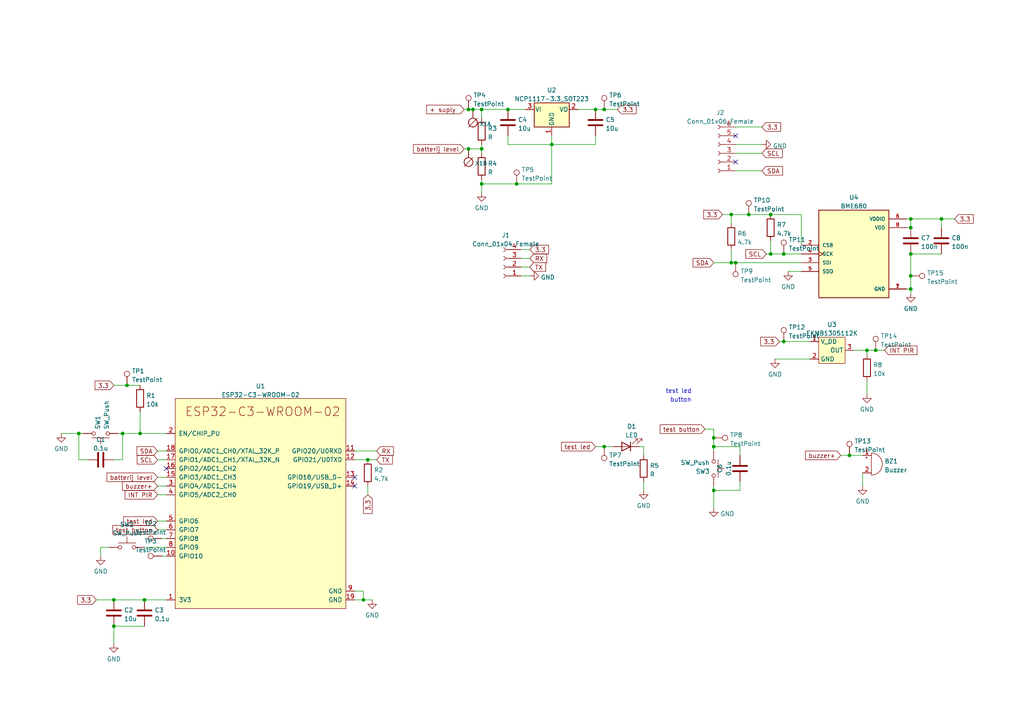
<source format=kicad_sch>
(kicad_sch (version 20211123) (generator eeschema)
  (paper "A4")
  (lib_symbols
    (symbol "BME680:BME680" (pin_names (offset 1.016))
      (property "Reference" "U" (at -10.16 13.208 0))
      (property "Value" "BME680" (at -10.1854 -15.5194 0))
      (symbol "BME680_0_0"
        (rectangle (start -10.16 -12.7) (end 10.16 12.7) (stroke (width 0.254)) (fill (type background)))
        (pin power_in line (at 15.24 -10.16 180) (length 5.08) (name "GND") (number "1"))
        (pin input line (at -15.24 2.54 0) (length 5.08) (name "CSB") (number "2"))
        (pin bidirectional line (at -15.24 -2.54 0) (length 5.08) (name "SDI") (number "3"))
        (pin input clock (at -15.24 0 0) (length 5.08) (name "SCK") (number "4"))
        (pin bidirectional line (at -15.24 -5.08 0) (length 5.08) (name "SDO") (number "5"))
        (pin power_in line (at 15.24 10.16 180) (length 5.08) (name "VDDIO") (number "6"))
        (pin power_in line (at 15.24 -10.16 180) (length 5.08) (name "GND") (number "7"))
        (pin power_in line (at 15.24 7.62 180) (length 5.08) (name "VDD") (number "8"))
      )
    )
    (symbol "Connector:Conn_01x04_Female" (pin_names (offset 1.016) hide)
      (property "Reference" "J" (at 0 5.08 0))
      (property "Value" "Conn_01x04_Female" (at 0 -7.62 0))
      (symbol "Conn_01x04_Female_1_1"
        (arc (start 0 -4.572) (mid -0.508 -5.08) (end 0 -5.588) (stroke (width 0.1524)))
        (arc (start 0 -2.032) (mid -0.508 -2.54) (end 0 -3.048) (stroke (width 0.1524)))
        (polyline (pts (xy -1.27 -5.08) (xy -0.508 -5.08)) (stroke (width 0.1524)))
        (polyline (pts (xy -1.27 -2.54) (xy -0.508 -2.54)) (stroke (width 0.1524)))
        (polyline (pts (xy -1.27 0) (xy -0.508 0)) (stroke (width 0.1524)))
        (polyline (pts (xy -1.27 2.54) (xy -0.508 2.54)) (stroke (width 0.1524)))
        (arc (start 0 0.508) (mid -0.508 0) (end 0 -0.508) (stroke (width 0.1524)))
        (arc (start 0 3.048) (mid -0.508 2.54) (end 0 2.032) (stroke (width 0.1524)))
        (pin passive line (at -5.08 2.54 0) (length 3.81) (name "Pin_1") (number "1"))
        (pin passive line (at -5.08 0 0) (length 3.81) (name "Pin_2") (number "2"))
        (pin passive line (at -5.08 -2.54 0) (length 3.81) (name "Pin_3") (number "3"))
        (pin passive line (at -5.08 -5.08 0) (length 3.81) (name "Pin_4") (number "4"))
      )
    )
    (symbol "Connector:Conn_01x06_Female" (pin_names (offset 1.016) hide)
      (property "Reference" "J" (at 0 7.62 0))
      (property "Value" "Conn_01x06_Female" (at 0 -10.16 0))
      (symbol "Conn_01x06_Female_1_1"
        (arc (start 0 -7.112) (mid -0.508 -7.62) (end 0 -8.128) (stroke (width 0.1524)))
        (arc (start 0 -4.572) (mid -0.508 -5.08) (end 0 -5.588) (stroke (width 0.1524)))
        (arc (start 0 -2.032) (mid -0.508 -2.54) (end 0 -3.048) (stroke (width 0.1524)))
        (polyline (pts (xy -1.27 -7.62) (xy -0.508 -7.62)) (stroke (width 0.1524)))
        (polyline (pts (xy -1.27 -5.08) (xy -0.508 -5.08)) (stroke (width 0.1524)))
        (polyline (pts (xy -1.27 -2.54) (xy -0.508 -2.54)) (stroke (width 0.1524)))
        (polyline (pts (xy -1.27 0) (xy -0.508 0)) (stroke (width 0.1524)))
        (polyline (pts (xy -1.27 2.54) (xy -0.508 2.54)) (stroke (width 0.1524)))
        (polyline (pts (xy -1.27 5.08) (xy -0.508 5.08)) (stroke (width 0.1524)))
        (arc (start 0 0.508) (mid -0.508 0) (end 0 -0.508) (stroke (width 0.1524)))
        (arc (start 0 3.048) (mid -0.508 2.54) (end 0 2.032) (stroke (width 0.1524)))
        (arc (start 0 5.588) (mid -0.508 5.08) (end 0 4.572) (stroke (width 0.1524)))
        (pin passive line (at -5.08 5.08 0) (length 3.81) (name "Pin_1") (number "1"))
        (pin passive line (at -5.08 2.54 0) (length 3.81) (name "Pin_2") (number "2"))
        (pin passive line (at -5.08 0 0) (length 3.81) (name "Pin_3") (number "3"))
        (pin passive line (at -5.08 -2.54 0) (length 3.81) (name "Pin_4") (number "4"))
        (pin passive line (at -5.08 -5.08 0) (length 3.81) (name "Pin_5") (number "5"))
        (pin passive line (at -5.08 -7.62 0) (length 3.81) (name "Pin_6") (number "6"))
      )
    )
    (symbol "Connector:TestPoint" (pin_numbers hide) (pin_names (offset 0.762) hide)
      (property "Reference" "TP" (at 0 6.858 0))
      (property "Value" "TestPoint" (at 0 5.08 0))
      (symbol "TestPoint_0_1"
        (circle (center 0 3.302) (radius 0.762))
      )
      (symbol "TestPoint_1_1"
        (pin passive line (at 0 0 90) (length 2.54) (name "1") (number "1"))
      )
    )
    (symbol "Device:Buzzer" (pin_names (offset 0.0254) hide)
      (property "Reference" "BZ" (at 3.81 1.27 0))
      (property "Value" "Buzzer" (at 3.81 -1.27 0))
      (symbol "Buzzer_0_1"
        (arc (start 0 -3.175) (mid 3.175 0) (end 0 3.175))
        (polyline (pts (xy -1.651 1.905) (xy -1.143 1.905)))
        (polyline (pts (xy -1.397 2.159) (xy -1.397 1.651)))
        (polyline (pts (xy 0 3.175) (xy 0 -3.175)))
      )
      (symbol "Buzzer_1_1"
        (pin passive line (at -2.54 2.54 0) (length 2.54) (name "-") (number "1"))
        (pin passive line (at -2.54 -2.54 0) (length 2.54) (name "+") (number "2"))
      )
    )
    (symbol "Device:C" (pin_numbers hide) (pin_names (offset 0.254))
      (property "Reference" "C" (at 0.635 2.54 0))
      (property "Value" "C" (at 0.635 -2.54 0))
      (symbol "C_0_1"
        (polyline (pts (xy -2.032 -0.762) (xy 2.032 -0.762)) (stroke (width 0.508)))
        (polyline (pts (xy -2.032 0.762) (xy 2.032 0.762)) (stroke (width 0.508)))
      )
      (symbol "C_1_1"
        (pin passive line (at 0 3.81 270) (length 2.794) (name "~") (number "1"))
        (pin passive line (at 0 -3.81 90) (length 2.794) (name "~") (number "2"))
      )
    )
    (symbol "Device:LED" (pin_numbers hide) (pin_names (offset 1.016) hide)
      (property "Reference" "D" (at 0 2.54 0))
      (property "Value" "LED" (at 0 -2.54 0))
      (symbol "LED_0_1"
        (polyline (pts (xy -1.27 -1.27) (xy -1.27 1.27)) (stroke (width 0.254)))
        (polyline (pts (xy -1.27 0) (xy 1.27 0)))
        (polyline (pts (xy 1.27 -1.27) (xy 1.27 1.27) (xy -1.27 0) (xy 1.27 -1.27)) (stroke (width 0.254)))
        (polyline (pts (xy -3.048 -0.762) (xy -4.572 -2.286) (xy -3.81 -2.286) (xy -4.572 -2.286) (xy -4.572 -1.524)))
        (polyline (pts (xy -1.778 -0.762) (xy -3.302 -2.286) (xy -2.54 -2.286) (xy -3.302 -2.286) (xy -3.302 -1.524)))
      )
      (symbol "LED_1_1"
        (pin passive line (at -3.81 0 0) (length 2.54) (name "K") (number "1"))
        (pin passive line (at 3.81 0 180) (length 2.54) (name "A") (number "2"))
      )
    )
    (symbol "Device:R" (pin_numbers hide) (pin_names (offset 0))
      (property "Reference" "R" (at 2.032 0 90))
      (property "Value" "R" (at 0 0 90))
      (symbol "R_0_1"
        (rectangle (start -1.016 -2.54) (end 1.016 2.54) (stroke (width 0.254)))
      )
      (symbol "R_1_1"
        (pin passive line (at 0 3.81 270) (length 1.27) (name "~") (number "1"))
        (pin passive line (at 0 -3.81 90) (length 1.27) (name "~") (number "2"))
      )
    )
    (symbol "EKMB1305112K_sym:EKMB1305112K"
      (property "Reference" "U" (at 5.08 2.54 0))
      (property "Value" "EKMB1305112K" (at 0 5.08 0))
      (symbol "EKMB1305112K_0_1"
        (rectangle (start -3.81 2.54) (end 3.81 -5.08) (stroke (width 0.1524)) (fill (type background)))
      )
      (symbol "EKMB1305112K_1_1"
        (pin input line (at -6.35 1.27 0) (length 2.54) (name "V_DD") (number "1"))
        (pin input line (at -6.35 -3.81 0) (length 2.54) (name "GND") (number "2"))
        (pin output line (at 6.35 -1.27 180) (length 2.54) (name "OUT") (number "3"))
      )
    )
    (symbol "Espressif:ESP32-C3-WROOM-02" (pin_names (offset 1.016))
      (property "Reference" "U" (at 0 33.02 0))
      (property "Value" "ESP32-C3-WROOM-02" (at 0 -30.48 0))
      (symbol "ESP32-C3-WROOM-02_0_0"
        (text "ESP32-C3-WROOM-02" (at 1.27 27.94 0) (effects (font (size 2.54 2.54))))
      )
      (symbol "ESP32-C3-WROOM-02_0_1"
        (rectangle (start -24.13 31.75) (end 25.4 -29.21) (fill (type background)))
      )
      (symbol "ESP32-C3-WROOM-02_1_1"
        (pin power_in line (at -26.67 -26.67 0) (length 2.54) (name "3V3") (number "1"))
        (pin bidirectional line (at -26.67 -13.97 0) (length 2.54) (name "GPIO10") (number "10"))
        (pin bidirectional line (at 27.94 16.51 180) (length 2.54) (name "GPIO20/U0RXD") (number "11"))
        (pin bidirectional line (at 27.94 13.97 180) (length 2.54) (name "GPIO21/U0TXD") (number "12"))
        (pin bidirectional line (at 27.94 8.89 180) (length 2.54) (name "GPIO18/USB_D-") (number "13"))
        (pin bidirectional line (at 27.94 6.35 180) (length 2.54) (name "GPIO19/USB_D+") (number "14"))
        (pin bidirectional line (at -26.67 8.89 0) (length 2.54) (name "GPIO3/ADC1_CH3") (number "15"))
        (pin bidirectional line (at -26.67 11.43 0) (length 2.54) (name "GPIO2/ADC1_CH2") (number "16"))
        (pin bidirectional line (at -26.67 13.97 0) (length 2.54) (name "GPIO1/ADC1_CH1/XTAL_32K_N") (number "17"))
        (pin bidirectional line (at -26.67 16.51 0) (length 2.54) (name "GPIO0/ADC1_CH0/XTAL_32K_P") (number "18"))
        (pin power_in line (at 27.94 -26.67 180) (length 2.54) (name "GND") (number "19"))
        (pin input line (at -26.67 21.59 0) (length 2.54) (name "EN/CHIP_PU") (number "2"))
        (pin bidirectional line (at -26.67 6.35 0) (length 2.54) (name "GPIO4/ADC1_CH4") (number "3"))
        (pin bidirectional line (at -26.67 3.81 0) (length 2.54) (name "GPIO5/ADC2_CH0") (number "4"))
        (pin bidirectional line (at -26.67 -3.81 0) (length 2.54) (name "GPIO6") (number "5"))
        (pin bidirectional line (at -26.67 -6.35 0) (length 2.54) (name "GPIO7") (number "6"))
        (pin bidirectional line (at -26.67 -8.89 0) (length 2.54) (name "GPIO8") (number "7"))
        (pin bidirectional line (at -26.67 -11.43 0) (length 2.54) (name "GPIO9") (number "8"))
        (pin power_in line (at 27.94 -24.13 180) (length 2.54) (name "GND") (number "9"))
      )
    )
    (symbol "Regulator_Linear:NCP1117-3.3_SOT223" (pin_names (offset 0.254))
      (property "Reference" "U" (at -3.81 3.175 0))
      (property "Value" "NCP1117-3.3_SOT223" (at 0 3.175 0))
      (symbol "NCP1117-3.3_SOT223_0_1"
        (rectangle (start -5.08 -5.08) (end 5.08 1.905) (stroke (width 0.254)) (fill (type background)))
      )
      (symbol "NCP1117-3.3_SOT223_1_1"
        (pin power_in line (at 0 -7.62 90) (length 2.54) (name "GND") (number "1"))
        (pin power_out line (at 7.62 0 180) (length 2.54) (name "VO") (number "2"))
        (pin power_in line (at -7.62 0 0) (length 2.54) (name "VI") (number "3"))
      )
    )
    (symbol "Switch:SW_Push" (pin_numbers hide) (pin_names (offset 1.016) hide)
      (property "Reference" "SW" (at 1.27 2.54 0))
      (property "Value" "SW_Push" (at 0 -1.524 0))
      (symbol "SW_Push_0_1"
        (circle (center -2.032 0) (radius 0.508))
        (polyline (pts (xy 0 1.27) (xy 0 3.048)))
        (polyline (pts (xy 2.54 1.27) (xy -2.54 1.27)))
        (circle (center 2.032 0) (radius 0.508))
        (pin passive line (at -5.08 0 0) (length 2.54) (name "1") (number "1"))
        (pin passive line (at 5.08 0 180) (length 2.54) (name "2") (number "2"))
      )
    )
    (symbol "degson:DG3XX-02-5.0" (pin_numbers hide) (pin_names (offset 1.016) hide)
      (property "Reference" "X" (at 3.048 -0.889 0))
      (symbol "DG3XX-02-5.0_1_0"
        (polyline (pts (xy 0 1.27) (xy 2.54 -1.27)))
      )
      (symbol "DG3XX-02-5.0_1_1"
        (circle (center 1.27 0) (radius 1.27))
        (circle (center 1.27 0) (radius 1.27))
        (circle (center 1.27 0) (radius 1.27))
        (pin passive line (at -2.54 0 0) (length 2.54) (name "KL") (number "1"))
      )
      (symbol "DG3XX-02-5.0_2_0"
        (polyline (pts (xy 0 1.27) (xy 2.54 -1.27)))
      )
      (symbol "DG3XX-02-5.0_2_1"
        (circle (center 1.27 0) (radius 1.27))
        (circle (center 1.27 0) (radius 1.27))
        (circle (center 1.27 0) (radius 1.27))
        (pin passive line (at -2.54 0 0) (length 2.54) (name "KL") (number "2"))
      )
    )
    (symbol "power:GND" (power) (pin_names (offset 0))
      (property "Value" "GND" (at 0 -3.81 0))
      (symbol "GND_0_1"
        (polyline (pts (xy 0 0) (xy 0 -1.27) (xy 1.27 -1.27) (xy 0 -2.54) (xy -1.27 -1.27) (xy 0 -1.27)))
      )
      (symbol "GND_1_1"
        (pin power_in line (at 0 0 270) (length 0) hide (name "GND") (number "1"))
      )
    )
  )
  (junction (at 139.7 31.75))
  (junction (at 139.7 53.34))
  (junction (at 175.26 31.75))
  (junction (at 207.01 127))
  (junction (at 105.41 173.99))
  (junction (at 135.89 31.75))
  (junction (at 223.52 62.23))
  (junction (at 137.16 31.75))
  (junction (at 135.89 43.18))
  (junction (at 212.09 62.23))
  (junction (at 264.16 83.82))
  (junction (at 264.16 63.5))
  (junction (at 175.26 129.54))
  (junction (at 40.64 125.73))
  (junction (at 273.05 63.5))
  (junction (at 172.72 31.75))
  (junction (at 213.36 76.2))
  (junction (at 22.86 125.73))
  (junction (at 106.68 133.35))
  (junction (at 223.52 73.66))
  (junction (at 160.02 41.91))
  (junction (at 33.02 173.99))
  (junction (at 227.33 99.06))
  (junction (at 246.38 132.08))
  (junction (at 254 101.6))
  (junction (at 251.46 101.6))
  (junction (at 207.01 129.54))
  (junction (at 264.16 73.66))
  (junction (at 264.16 80.01))
  (junction (at 217.17 62.23))
  (junction (at 139.7 43.18))
  (junction (at 149.86 53.34))
  (junction (at 264.16 66.04))
  (junction (at 212.09 76.2))
  (junction (at 207.01 142.24))
  (junction (at 227.33 73.66))
  (junction (at 35.56 125.73))
  (junction (at 36.83 111.76))
  (junction (at 147.32 31.75))
  (junction (at 33.02 181.61))
  (junction (at 41.91 173.99))
  (no_connect (at 48.26 135.89))
  (no_connect (at 102.87 140.97))
  (no_connect (at 102.87 138.43))
  (no_connect (at 213.36 46.99))
  (no_connect (at 213.36 39.37))
  (wire (pts (xy 135.89 31.75) (xy 137.16 31.75)))
  (wire (pts (xy 207.01 127) (xy 207.01 124.46)))
  (wire (pts (xy 40.64 125.73) (xy 48.26 125.73)))
  (wire (pts (xy 250.19 137.16) (xy 250.19 140.97)))
  (wire (pts (xy 46.99 161.29) (xy 48.26 161.29)))
  (wire (pts (xy 41.91 173.99) (xy 48.26 173.99)))
  (wire (pts (xy 149.86 53.34) (xy 160.02 53.34)))
  (wire (pts (xy 45.72 153.67) (xy 48.26 153.67)))
  (wire (pts (xy 36.83 111.76) (xy 40.64 111.76)))
  (wire (pts (xy 45.72 140.97) (xy 48.26 140.97)))
  (wire (pts (xy 207.01 129.54) (xy 214.63 129.54)))
  (wire (pts (xy 264.16 83.82) (xy 262.89 83.82)))
  (wire (pts (xy 105.41 173.99) (xy 107.95 173.99)))
  (wire (pts (xy 106.68 133.35) (xy 102.87 133.35)))
  (wire (pts (xy 204.47 124.46) (xy 207.01 124.46)))
  (wire (pts (xy 251.46 101.6) (xy 254 101.6)))
  (wire (pts (xy 45.72 138.43) (xy 48.26 138.43)))
  (wire (pts (xy 226.06 99.06) (xy 227.33 99.06)))
  (wire (pts (xy 160.02 41.91) (xy 172.72 41.91)))
  (wire (pts (xy 254 101.6) (xy 256.54 101.6)))
  (wire (pts (xy 264.16 63.5) (xy 264.16 66.04)))
  (wire (pts (xy 222.25 73.66) (xy 223.52 73.66)))
  (wire (pts (xy 151.13 80.01) (xy 153.67 80.01)))
  (wire (pts (xy 139.7 31.75) (xy 139.7 34.29)))
  (wire (pts (xy 109.22 130.81) (xy 102.87 130.81)))
  (wire (pts (xy 213.36 41.91) (xy 220.98 41.91)))
  (wire (pts (xy 33.02 173.99) (xy 41.91 173.99)))
  (wire (pts (xy 227.33 99.06) (xy 234.95 99.06)))
  (wire (pts (xy 264.16 80.01) (xy 264.16 83.82)))
  (wire (pts (xy 160.02 39.37) (xy 160.02 41.91)))
  (wire (pts (xy 247.65 101.6) (xy 251.46 101.6)))
  (wire (pts (xy 214.63 132.08) (xy 214.63 129.54)))
  (wire (pts (xy 45.72 143.51) (xy 48.26 143.51)))
  (wire (pts (xy 134.62 31.75) (xy 135.89 31.75)))
  (wire (pts (xy 217.17 62.23) (xy 223.52 62.23)))
  (wire (pts (xy 27.94 173.99) (xy 33.02 173.99)))
  (wire (pts (xy 172.72 39.37) (xy 172.72 41.91)))
  (wire (pts (xy 33.02 111.76) (xy 36.83 111.76)))
  (wire (pts (xy 175.26 31.75) (xy 179.07 31.75)))
  (wire (pts (xy 264.16 73.66) (xy 273.05 73.66)))
  (wire (pts (xy 264.16 83.82) (xy 264.16 85.09)))
  (wire (pts (xy 223.52 73.66) (xy 223.52 69.85)))
  (wire (pts (xy 207.01 129.54) (xy 207.01 127)))
  (wire (pts (xy 223.52 73.66) (xy 227.33 73.66)))
  (wire (pts (xy 40.64 119.38) (xy 40.64 125.73)))
  (wire (pts (xy 139.7 52.07) (xy 139.7 53.34)))
  (wire (pts (xy 175.26 129.54) (xy 177.8 129.54)))
  (wire (pts (xy 139.7 53.34) (xy 139.7 55.88)))
  (wire (pts (xy 185.42 129.54) (xy 186.69 129.54)))
  (wire (pts (xy 207.01 76.2) (xy 212.09 76.2)))
  (wire (pts (xy 246.38 132.08) (xy 250.19 132.08)))
  (wire (pts (xy 273.05 63.5) (xy 276.86 63.5)))
  (wire (pts (xy 102.87 171.45) (xy 105.41 171.45)))
  (wire (pts (xy 207.01 142.24) (xy 214.63 142.24)))
  (wire (pts (xy 147.32 31.75) (xy 152.4 31.75)))
  (wire (pts (xy 232.41 71.12) (xy 232.41 62.23)))
  (wire (pts (xy 139.7 31.75) (xy 147.32 31.75)))
  (wire (pts (xy 224.79 104.14) (xy 234.95 104.14)))
  (wire (pts (xy 33.02 133.35) (xy 35.56 133.35)))
  (wire (pts (xy 35.56 125.73) (xy 40.64 125.73)))
  (wire (pts (xy 139.7 41.91) (xy 139.7 43.18)))
  (wire (pts (xy 151.13 72.39) (xy 153.67 72.39)))
  (wire (pts (xy 41.91 158.75) (xy 48.26 158.75)))
  (wire (pts (xy 167.64 31.75) (xy 172.72 31.75)))
  (wire (pts (xy 45.72 133.35) (xy 48.26 133.35)))
  (wire (pts (xy 264.16 63.5) (xy 273.05 63.5)))
  (wire (pts (xy 46.99 156.21) (xy 48.26 156.21)))
  (wire (pts (xy 147.32 41.91) (xy 147.32 39.37)))
  (wire (pts (xy 213.36 76.2) (xy 232.41 76.2)))
  (wire (pts (xy 212.09 72.39) (xy 212.09 76.2)))
  (wire (pts (xy 35.56 125.73) (xy 35.56 133.35)))
  (wire (pts (xy 212.09 64.77) (xy 212.09 62.23)))
  (wire (pts (xy 45.72 130.81) (xy 48.26 130.81)))
  (wire (pts (xy 22.86 125.73) (xy 24.13 125.73)))
  (wire (pts (xy 227.33 73.66) (xy 232.41 73.66)))
  (wire (pts (xy 172.72 31.75) (xy 175.26 31.75)))
  (wire (pts (xy 209.55 62.23) (xy 212.09 62.23)))
  (wire (pts (xy 243.84 132.08) (xy 246.38 132.08)))
  (wire (pts (xy 262.89 63.5) (xy 264.16 63.5)))
  (wire (pts (xy 135.89 43.18) (xy 139.7 43.18)))
  (wire (pts (xy 213.36 36.83) (xy 220.98 36.83)))
  (wire (pts (xy 33.02 181.61) (xy 33.02 186.69)))
  (wire (pts (xy 186.69 139.7) (xy 186.69 142.24)))
  (wire (pts (xy 160.02 41.91) (xy 147.32 41.91)))
  (wire (pts (xy 262.89 66.04) (xy 264.16 66.04)))
  (wire (pts (xy 207.01 147.32) (xy 207.01 142.24)))
  (wire (pts (xy 212.09 62.23) (xy 217.17 62.23)))
  (wire (pts (xy 207.01 142.24) (xy 207.01 140.97)))
  (wire (pts (xy 45.72 151.13) (xy 48.26 151.13)))
  (wire (pts (xy 22.86 125.73) (xy 22.86 133.35)))
  (wire (pts (xy 212.09 76.2) (xy 213.36 76.2)))
  (wire (pts (xy 139.7 53.34) (xy 149.86 53.34)))
  (wire (pts (xy 102.87 173.99) (xy 105.41 173.99)))
  (wire (pts (xy 33.02 181.61) (xy 41.91 181.61)))
  (wire (pts (xy 25.4 133.35) (xy 22.86 133.35)))
  (wire (pts (xy 251.46 110.49) (xy 251.46 114.3)))
  (wire (pts (xy 223.52 62.23) (xy 232.41 62.23)))
  (wire (pts (xy 264.16 73.66) (xy 264.16 80.01)))
  (wire (pts (xy 273.05 66.04) (xy 273.05 63.5)))
  (wire (pts (xy 213.36 49.53) (xy 220.98 49.53)))
  (wire (pts (xy 109.22 133.35) (xy 106.68 133.35)))
  (wire (pts (xy 186.69 129.54) (xy 186.69 132.08)))
  (wire (pts (xy 105.41 171.45) (xy 105.41 173.99)))
  (wire (pts (xy 228.6 78.74) (xy 232.41 78.74)))
  (wire (pts (xy 251.46 101.6) (xy 251.46 102.87)))
  (wire (pts (xy 172.72 129.54) (xy 175.26 129.54)))
  (wire (pts (xy 213.36 44.45) (xy 220.98 44.45)))
  (wire (pts (xy 34.29 125.73) (xy 35.56 125.73)))
  (wire (pts (xy 29.21 158.75) (xy 31.75 158.75)))
  (wire (pts (xy 134.62 43.18) (xy 135.89 43.18)))
  (wire (pts (xy 17.78 125.73) (xy 22.86 125.73)))
  (wire (pts (xy 106.68 140.97) (xy 106.68 143.51)))
  (wire (pts (xy 137.16 31.75) (xy 139.7 31.75)))
  (wire (pts (xy 29.21 161.29) (xy 29.21 158.75)))
  (wire (pts (xy 207.01 130.81) (xy 207.01 129.54)))
  (wire (pts (xy 214.63 139.7) (xy 214.63 142.24)))
  (wire (pts (xy 139.7 43.18) (xy 139.7 44.45)))
  (wire (pts (xy 160.02 41.91) (xy 160.02 53.34)))
  (wire (pts (xy 151.13 74.93) (xy 153.67 74.93)))
  (wire (pts (xy 151.13 77.47) (xy 153.67 77.47)))
  (text "test led" (at 193.04 114.3 0) (effects (font (size 1.27 1.27)) (justify left bottom)))
  (text "button" (at 194.31 116.84 0) (effects (font (size 1.27 1.27)) (justify left bottom)))
  (global_label "test button" (shape input) (at 45.72 153.67 180) (property "Intersheet References" "${INTERSHEET_REFS}" (effects hide)))
  (global_label "SDA" (shape input) (at 45.72 130.81 180) (property "Intersheet References" "${INTERSHEET_REFS}" (effects hide)))
  (global_label "RX" (shape input) (at 153.67 74.93 0) (property "Intersheet References" "${INTERSHEET_REFS}" (effects hide)))
  (global_label "SDA" (shape input) (at 220.98 49.53 0) (property "Intersheet References" "${INTERSHEET_REFS}" (effects hide)))
  (global_label "3.3" (shape input) (at 179.07 31.75 0) (property "Intersheet References" "${INTERSHEET_REFS}" (effects hide)))
  (global_label "TX" (shape input) (at 153.67 77.47 0) (property "Intersheet References" "${INTERSHEET_REFS}" (effects hide)))
  (global_label "3.3" (shape input) (at 276.86 63.5 0) (property "Intersheet References" "${INTERSHEET_REFS}" (effects hide)))
  (global_label "3.3" (shape input) (at 220.98 36.83 0) (property "Intersheet References" "${INTERSHEET_REFS}" (effects hide)))
  (global_label "SCL" (shape input) (at 220.98 44.45 0) (property "Intersheet References" "${INTERSHEET_REFS}" (effects hide)))
  (global_label "batterij level" (shape input) (at 134.62 43.18 180) (property "Intersheet References" "${INTERSHEET_REFS}" (effects hide)))
  (global_label "test led" (shape input) (at 172.72 129.54 180) (property "Intersheet References" "${INTERSHEET_REFS}" (effects hide)))
  (global_label "TX" (shape input) (at 109.22 133.35 0) (property "Intersheet References" "${INTERSHEET_REFS}" (effects hide)))
  (global_label "3.3" (shape input) (at 106.68 143.51 270) (property "Intersheet References" "${INTERSHEET_REFS}" (effects hide)))
  (global_label "3.3" (shape input) (at 27.94 173.99 180) (property "Intersheet References" "${INTERSHEET_REFS}" (effects hide)))
  (global_label "buzzer+" (shape input) (at 45.72 140.97 180) (property "Intersheet References" "${INTERSHEET_REFS}" (effects hide)))
  (global_label "test led" (shape input) (at 45.72 151.13 180) (property "Intersheet References" "${INTERSHEET_REFS}" (effects hide)))
  (global_label "SDA" (shape input) (at 207.01 76.2 180) (property "Intersheet References" "${INTERSHEET_REFS}" (effects hide)))
  (global_label "3.3" (shape input) (at 226.06 99.06 180) (property "Intersheet References" "${INTERSHEET_REFS}" (effects hide)))
  (global_label "SCL" (shape input) (at 222.25 73.66 180) (property "Intersheet References" "${INTERSHEET_REFS}" (effects hide)))
  (global_label "batterij level" (shape input) (at 45.72 138.43 180) (property "Intersheet References" "${INTERSHEET_REFS}" (effects hide)))
  (global_label "RX" (shape input) (at 109.22 130.81 0) (property "Intersheet References" "${INTERSHEET_REFS}" (effects hide)))
  (global_label "INT PIR" (shape input) (at 256.54 101.6 0) (property "Intersheet References" "${INTERSHEET_REFS}" (effects hide)))
  (global_label "+ suply " (shape input) (at 134.62 31.75 180) (property "Intersheet References" "${INTERSHEET_REFS}" (effects hide)))
  (global_label "INT PIR" (shape input) (at 45.72 143.51 180) (property "Intersheet References" "${INTERSHEET_REFS}" (effects hide)))
  (global_label "3.3" (shape input) (at 153.67 72.39 0) (property "Intersheet References" "${INTERSHEET_REFS}" (effects hide)))
  (global_label "buzzer+" (shape input) (at 243.84 132.08 180) (property "Intersheet References" "${INTERSHEET_REFS}" (effects hide)))
  (global_label "test button" (shape input) (at 204.47 124.46 180) (property "Intersheet References" "${INTERSHEET_REFS}" (effects hide)))
  (global_label "SCL" (shape input) (at 45.72 133.35 180) (property "Intersheet References" "${INTERSHEET_REFS}" (effects hide)))
  (global_label "3.3" (shape input) (at 33.02 111.76 180) (property "Intersheet References" "${INTERSHEET_REFS}" (effects hide)))
  (global_label "3.3" (shape input) (at 209.55 62.23 180) (property "Intersheet References" "${INTERSHEET_REFS}" (effects hide)))
  (symbol (lib_id "Device:C") (at 29.21 133.35 90) (unit 1)
    (property "Reference" "C1" (at 29.21 127.4912 90))
    (property "Value" "0.1u" (at 29.21 130.0281 90))
    (property "Footprint" "Capacitor_SMD:C_0805_2012Metric_Pad1.18x1.45mm_HandSolder" (effects hide))
  )
  (symbol (lib_id "power:GND") (at 224.79 104.14 0) (unit 1)
    (property "Reference" "#PWR010" (effects hide))
    (property "Value" "GND" (at 224.79 108.5834 0))
  )
  (symbol (lib_id "Device:C") (at 41.91 177.8 0) (unit 1)
    (property "Reference" "C3" (at 44.831 176.9653 0) (effects (justify left)))
    (property "Value" "0.1u" (at 44.831 179.5022 0) (effects (justify left)))
    (property "Footprint" "Capacitor_SMD:C_0805_2012Metric_Pad1.18x1.45mm_HandSolder" (effects hide))
  )
  (symbol (lib_id "Espressif:ESP32-C3-WROOM-02") (at 74.93 147.32 0) (unit 1)
    (property "Reference" "U1" (at 75.565 111.9972 0))
    (property "Value" "ESP32-C3-WROOM-02" (at 75.565 114.5341 0))
    (property "Footprint" "esp:ESP32-C3-WROOM-02" (effects hide))
    (property "Datasheet" "https://www.espressif.com/sites/default/files/documentation/esp32-c3-wroom-02_datasheet_en.pdf" (effects hide))
  )
  (symbol (lib_id "power:GND") (at 264.16 85.09 0) (unit 1)
    (property "Reference" "#PWR014" (effects hide))
    (property "Value" "GND" (at 264.16 89.5334 0))
  )
  (symbol (lib_id "power:GND") (at 107.95 173.99 0) (unit 1)
    (property "Reference" "#PWR0101" (effects hide))
    (property "Value" "GND" (at 107.95 178.4334 0))
  )
  (symbol (lib_id "Device:R") (at 106.68 137.16 0) (unit 1)
    (property "Reference" "R2" (at 108.458 136.3253 0) (effects (justify left)))
    (property "Value" "4.7k" (at 108.458 138.8622 0) (effects (justify left)))
    (property "Footprint" "Resistor_SMD:R_0805_2012Metric_Pad1.20x1.40mm_HandSolder" (effects hide))
  )
  (symbol (lib_id "Switch:SW_Push") (at 29.21 125.73 180) (unit 1)
    (property "Reference" "SW1" (at 28.3753 124.587 90) (effects (justify right)))
    (property "Value" "SW_Push" (at 30.9122 124.587 90) (effects (justify right)))
    (property "Footprint" "434111043826:434111043826" (effects hide))
  )
  (symbol (lib_id "Connector:Conn_01x04_Female") (at 146.05 77.47 180) (unit 1)
    (property "Reference" "J1" (at 146.685 68.233 0))
    (property "Value" "Conn_01x04_Female" (at 146.685 70.7699 0))
    (property "Footprint" "Connector_PinSocket_2.54mm:PinSocket_1x04_P2.54mm_Vertical" (effects hide))
  )
  (symbol (lib_id "Device:C") (at 273.05 69.85 180) (unit 1)
    (property "Reference" "C8" (at 275.971 69.0153 0) (effects (justify right)))
    (property "Value" "100n" (at 275.971 71.5522 0) (effects (justify right)))
    (property "Footprint" "Capacitor_SMD:C_0805_2012Metric_Pad1.18x1.45mm_HandSolder" (effects hide))
  )
  (symbol (lib_id "Connector:TestPoint") (at 213.36 76.2 180) (unit 1)
    (property "Reference" "TP9" (at 214.757 78.6673 0) (effects (justify right)))
    (property "Value" "TestPoint" (at 214.757 81.2042 0) (effects (justify right)))
    (property "Footprint" "Connector_Pin:Pin_D0.7mm_L6.5mm_W1.8mm_FlatFork" (effects hide))
  )
  (symbol (lib_id "Connector:TestPoint") (at 254 101.6 0) (unit 1)
    (property "Reference" "TP14" (at 255.397 97.4633 0) (effects (justify left)))
    (property "Value" "TestPoint" (at 255.397 100.0002 0) (effects (justify left)))
    (property "Footprint" "Connector_Pin:Pin_D0.7mm_L6.5mm_W1.8mm_FlatFork" (effects hide))
  )
  (symbol (lib_id "Connector:TestPoint") (at 46.99 156.21 90) (unit 1)
    (property "Reference" "TP2" (at 43.688 151.8752 90))
    (property "Value" "TestPoint" (at 43.688 154.4121 90))
    (property "Footprint" "Connector_Pin:Pin_D0.7mm_L6.5mm_W1.8mm_FlatFork" (effects hide))
  )
  (symbol (lib_id "Device:C") (at 214.63 135.89 180) (unit 1)
    (property "Reference" "C6" (at 208.7712 135.89 90))
    (property "Value" "0.1u" (at 211.3081 135.89 90))
    (property "Footprint" "Capacitor_SMD:C_0805_2012Metric_Pad1.18x1.45mm_HandSolder" (effects hide))
  )
  (symbol (lib_id "Device:R") (at 223.52 66.04 0) (unit 1)
    (property "Reference" "R7" (at 225.298 65.2053 0) (effects (justify left)))
    (property "Value" "4.7k" (at 225.298 67.7422 0) (effects (justify left)))
    (property "Footprint" "Resistor_SMD:R_0805_2012Metric_Pad1.20x1.40mm_HandSolder" (effects hide))
  )
  (symbol (lib_id "power:GND") (at 250.19 140.97 0) (unit 1)
    (property "Reference" "#PWR012" (effects hide))
    (property "Value" "GND" (at 250.19 145.4134 0))
  )
  (symbol (lib_id "power:GND") (at 220.98 41.91 90) (unit 1)
    (property "Reference" "#PWR09" (effects hide))
    (property "Value" "GND" (at 224.155 42.3438 90) (effects (justify right)))
  )
  (symbol (lib_id "Connector:TestPoint") (at 149.86 53.34 0) (unit 1)
    (property "Reference" "TP5" (at 151.257 49.2033 0) (effects (justify left)))
    (property "Value" "TestPoint" (at 151.257 51.7402 0) (effects (justify left)))
    (property "Footprint" "Connector_Pin:Pin_D0.7mm_L6.5mm_W1.8mm_FlatFork" (effects hide))
  )
  (symbol (lib_id "Device:C") (at 147.32 35.56 180) (unit 1)
    (property "Reference" "C4" (at 150.241 34.7253 0) (effects (justify right)))
    (property "Value" "10u" (at 150.241 37.2622 0) (effects (justify right)))
    (property "Footprint" "Capacitor_SMD:C_0805_2012Metric_Pad1.18x1.45mm_HandSolder" (effects hide))
  )
  (symbol (lib_id "Connector:TestPoint") (at 175.26 31.75 0) (unit 1)
    (property "Reference" "TP6" (at 176.657 27.6133 0) (effects (justify left)))
    (property "Value" "TestPoint" (at 176.657 30.1502 0) (effects (justify left)))
    (property "Footprint" "Connector_Pin:Pin_D0.7mm_L6.5mm_W1.8mm_FlatFork" (effects hide))
  )
  (symbol (lib_id "BME680:BME680") (at 247.65 73.66 0) (unit 1)
    (property "Reference" "U4" (at 247.65 57.2602 0))
    (property "Value" "BME680" (at 247.65 59.7971 0))
    (property "Footprint" "BME680:PSON80P300X300X100-8N" (effects hide))
    (property "PARTREV" "1.0" (effects hide))
    (property "PACKAGE" "LGA-8 Bosch Tools" (effects hide))
    (property "MP" "BME680" (effects hide))
    (property "DESCRIPTION" "Integrated Environmental Unit" (effects hide))
    (property "MF" "Bosch Sensortec" (effects hide))
    (property "MAXIMUM_PACKAGE_HEIGHT" "1mm" (effects hide))
    (property "PRICE" "None" (effects hide))
    (property "STANDARD" "IPC-7351B" (effects hide))
    (property "AVAILABILITY" "Unavailable" (effects hide))
  )
  (symbol (lib_id "Switch:SW_Push") (at 36.83 158.75 0) (unit 1)
    (property "Reference" "SW2" (at 36.83 152.1292 0))
    (property "Value" "SW_Push" (at 36.83 154.6661 0))
    (property "Footprint" "434111043826:434111043826" (effects hide))
  )
  (symbol (lib_id "Device:C") (at 172.72 35.56 180) (unit 1)
    (property "Reference" "C5" (at 175.641 34.7253 0) (effects (justify right)))
    (property "Value" "10u" (at 175.641 37.2622 0) (effects (justify right)))
    (property "Footprint" "Capacitor_SMD:C_0805_2012Metric_Pad1.18x1.45mm_HandSolder" (effects hide))
  )
  (symbol (lib_id "Device:C") (at 33.02 177.8 0) (unit 1)
    (property "Reference" "C2" (at 35.941 176.9653 0) (effects (justify left)))
    (property "Value" "10u" (at 35.941 179.5022 0) (effects (justify left)))
    (property "Footprint" "Capacitor_SMD:C_0805_2012Metric_Pad1.18x1.45mm_HandSolder" (effects hide))
  )
  (symbol (lib_id "Device:R") (at 251.46 106.68 0) (unit 1)
    (property "Reference" "R8" (at 253.238 105.8453 0) (effects (justify left)))
    (property "Value" "10k" (at 253.238 108.3822 0) (effects (justify left)))
    (property "Footprint" "Resistor_SMD:R_0805_2012Metric_Pad1.20x1.40mm_HandSolder" (effects hide))
  )
  (symbol (lib_id "Device:R") (at 40.64 115.57 0) (unit 1)
    (property "Reference" "R1" (at 42.418 114.7353 0) (effects (justify left)))
    (property "Value" "10k" (at 42.418 117.2722 0) (effects (justify left)))
    (property "Footprint" "Resistor_SMD:R_0805_2012Metric_Pad1.20x1.40mm_HandSolder" (effects hide))
  )
  (symbol (lib_id "Connector:TestPoint") (at 135.89 31.75 0) (unit 1)
    (property "Reference" "TP4" (at 137.287 27.6133 0) (effects (justify left)))
    (property "Value" "TestPoint" (at 137.287 30.1502 0) (effects (justify left)))
    (property "Footprint" "Connector_Pin:Pin_D0.7mm_L6.5mm_W1.8mm_FlatFork" (effects hide))
  )
  (symbol (lib_id "Connector:TestPoint") (at 207.01 127 270) (unit 1)
    (property "Reference" "TP8" (at 211.709 126.1653 90) (effects (justify left)))
    (property "Value" "TestPoint" (at 211.709 128.7022 90) (effects (justify left)))
    (property "Footprint" "Connector_Pin:Pin_D0.7mm_L6.5mm_W1.8mm_FlatFork" (effects hide))
  )
  (symbol (lib_id "degson:DG3XX-02-5.0") (at 135.89 45.72 270) (unit 2)
    (property "Reference" "X1" (at 137.795 47.3804 90) (effects (font (size 1.143 1.143)) (justify left)))
    (property "Value" "DG3XX-02-5.0" (effects hide))
    (property "Footprint" "degson:degson-DG306-5.0-02P" (effects hide))
  )
  (symbol (lib_id "power:GND") (at 228.6 78.74 0) (unit 1)
    (property "Reference" "#PWR011" (effects hide))
    (property "Value" "GND" (at 228.6 83.1834 0))
  )
  (symbol (lib_id "Device:Buzzer") (at 252.73 134.62 0) (unit 1)
    (property "Reference" "BZ1" (at 256.54 133.7853 0) (effects (justify left)))
    (property "Value" "Buzzer" (at 256.54 136.3222 0) (effects (justify left)))
    (property "Footprint" "SamacSys_Parts:AX1203DLF" (effects hide))
  )
  (symbol (lib_id "Regulator_Linear:NCP1117-3.3_SOT223") (at 160.02 31.75 0) (unit 1)
    (property "Reference" "U2" (at 160.02 26.1452 0))
    (property "Value" "NCP1117-3.3_SOT223" (at 160.02 28.6821 0))
    (property "Footprint" "Package_TO_SOT_SMD:SOT-223-3_TabPin2" (effects hide))
    (property "Datasheet" "http://www.onsemi.com/pub_link/Collateral/NCP1117-D.PDF" (effects hide))
  )
  (symbol (lib_id "power:GND") (at 29.21 161.29 0) (unit 1)
    (property "Reference" "#PWR02" (effects hide))
    (property "Value" "GND" (at 29.21 165.7334 0))
  )
  (symbol (lib_id "power:GND") (at 207.01 147.32 0) (unit 1)
    (property "Reference" "#PWR08" (effects hide))
    (property "Value" "GND" (at 208.915 149.0238 0) (effects (justify left)))
  )
  (symbol (lib_id "Device:R") (at 139.7 38.1 0) (unit 1)
    (property "Reference" "R3" (at 141.478 37.2653 0) (effects (justify left)))
    (property "Value" "R" (at 141.478 39.8022 0) (effects (justify left)))
    (property "Footprint" "Resistor_SMD:R_0805_2012Metric_Pad1.20x1.40mm_HandSolder" (effects hide))
  )
  (symbol (lib_id "Connector:TestPoint") (at 36.83 111.76 0) (unit 1)
    (property "Reference" "TP1" (at 38.227 107.6233 0) (effects (justify left)))
    (property "Value" "TestPoint" (at 38.227 110.1602 0) (effects (justify left)))
    (property "Footprint" "Connector_Pin:Pin_D0.7mm_L6.5mm_W1.8mm_FlatFork" (effects hide))
  )
  (symbol (lib_id "power:GND") (at 33.02 186.69 0) (unit 1)
    (property "Reference" "#PWR03" (effects hide))
    (property "Value" "GND" (at 33.02 191.1334 0))
  )
  (symbol (lib_id "Connector:TestPoint") (at 217.17 62.23 0) (unit 1)
    (property "Reference" "TP10" (at 218.567 58.0933 0) (effects (justify left)))
    (property "Value" "TestPoint" (at 218.567 60.6302 0) (effects (justify left)))
    (property "Footprint" "Connector_Pin:Pin_D0.7mm_L6.5mm_W1.8mm_FlatFork" (effects hide))
  )
  (symbol (lib_id "Device:LED") (at 181.61 129.54 180) (unit 1)
    (property "Reference" "D1" (at 183.1975 123.6812 0))
    (property "Value" "LED" (at 183.1975 126.2181 0))
    (property "Footprint" "LED_SMD:LED_0805_2012Metric_Pad1.15x1.40mm_HandSolder" (effects hide))
  )
  (symbol (lib_id "Connector:TestPoint") (at 227.33 73.66 0) (unit 1)
    (property "Reference" "TP11" (at 228.727 69.5233 0) (effects (justify left)))
    (property "Value" "TestPoint" (at 228.727 72.0602 0) (effects (justify left)))
    (property "Footprint" "Connector_Pin:Pin_D0.7mm_L6.5mm_W1.8mm_FlatFork" (effects hide))
  )
  (symbol (lib_id "Connector:Conn_01x06_Female") (at 208.28 44.45 180) (unit 1)
    (property "Reference" "J2" (at 208.915 32.673 0))
    (property "Value" "Conn_01x06_Female" (at 208.915 35.2099 0))
    (property "Footprint" "Connector_PinSocket_2.54mm:PinSocket_1x06_P2.54mm_Vertical" (effects hide))
  )
  (symbol (lib_id "Device:C") (at 264.16 69.85 0) (unit 1)
    (property "Reference" "C7" (at 267.081 69.0153 0) (effects (justify left)))
    (property "Value" "100n" (at 267.081 71.5522 0) (effects (justify left)))
    (property "Footprint" "Capacitor_SMD:C_0805_2012Metric_Pad1.18x1.45mm_HandSolder" (effects hide))
  )
  (symbol (lib_id "Device:R") (at 212.09 68.58 0) (unit 1)
    (property "Reference" "R6" (at 213.868 67.7453 0) (effects (justify left)))
    (property "Value" "4.7k" (at 213.868 70.2822 0) (effects (justify left)))
    (property "Footprint" "Resistor_SMD:R_0805_2012Metric_Pad1.20x1.40mm_HandSolder" (effects hide))
  )
  (symbol (lib_id "EKMB1305112K_sym:EKMB1305112K") (at 241.3 100.33 0) (unit 1)
    (property "Reference" "U3" (at 241.3 94.141 0))
    (property "Value" "EKMB1305112K" (at 241.3 96.6779 0))
    (property "Footprint" "Library:EKMB1305112K" (effects hide))
  )
  (symbol (lib_id "Connector:TestPoint") (at 246.38 132.08 0) (unit 1)
    (property "Reference" "TP13" (at 247.777 127.9433 0) (effects (justify left)))
    (property "Value" "TestPoint" (at 247.777 130.4802 0) (effects (justify left)))
    (property "Footprint" "Connector_Pin:Pin_D0.7mm_L6.5mm_W1.8mm_FlatFork" (effects hide))
  )
  (symbol (lib_id "power:GND") (at 186.69 142.24 0) (unit 1)
    (property "Reference" "#PWR07" (effects hide))
    (property "Value" "GND" (at 186.69 146.6834 0))
  )
  (symbol (lib_id "power:GND") (at 251.46 114.3 0) (unit 1)
    (property "Reference" "#PWR013" (effects hide))
    (property "Value" "GND" (at 251.46 118.7434 0))
  )
  (symbol (lib_id "Switch:SW_Push") (at 207.01 135.89 270) (unit 1)
    (property "Reference" "SW3" (at 205.867 136.7247 90) (effects (justify right)))
    (property "Value" "SW_Push" (at 205.867 134.1878 90) (effects (justify right)))
    (property "Footprint" "434111043826:434111043826" (effects hide))
  )
  (symbol (lib_id "Connector:TestPoint") (at 175.26 129.54 180) (unit 1)
    (property "Reference" "TP7" (at 176.657 132.0073 0) (effects (justify right)))
    (property "Value" "TestPoint" (at 176.657 134.5442 0) (effects (justify right)))
    (property "Footprint" "Connector_Pin:Pin_D0.7mm_L6.5mm_W1.8mm_FlatFork" (effects hide))
  )
  (symbol (lib_id "Device:R") (at 186.69 135.89 0) (unit 1)
    (property "Reference" "R5" (at 188.468 135.0553 0) (effects (justify left)))
    (property "Value" "R" (at 188.468 137.5922 0) (effects (justify left)))
    (property "Footprint" "Resistor_SMD:R_0805_2012Metric_Pad1.20x1.40mm_HandSolder" (effects hide))
  )
  (symbol (lib_id "Connector:TestPoint") (at 264.16 80.01 270) (unit 1)
    (property "Reference" "TP15" (at 268.859 79.1753 90) (effects (justify left)))
    (property "Value" "TestPoint" (at 268.859 81.7122 90) (effects (justify left)))
    (property "Footprint" "Connector_Pin:Pin_D0.7mm_L6.5mm_W1.8mm_FlatFork" (effects hide))
  )
  (symbol (lib_id "power:GND") (at 153.67 80.01 90) (unit 1)
    (property "Reference" "#PWR06" (effects hide))
    (property "Value" "GND" (at 156.845 80.4438 90) (effects (justify right)))
  )
  (symbol (lib_id "power:GND") (at 17.78 125.73 0) (unit 1)
    (property "Reference" "#PWR01" (effects hide))
    (property "Value" "GND" (at 17.78 130.1734 0))
  )
  (symbol (lib_id "Connector:TestPoint") (at 46.99 161.29 90) (unit 1)
    (property "Reference" "TP3" (at 43.688 156.9552 90))
    (property "Value" "TestPoint" (at 43.688 159.4921 90))
    (property "Footprint" "Connector_Pin:Pin_D0.7mm_L6.5mm_W1.8mm_FlatFork" (effects hide))
  )
  (symbol (lib_id "Device:R") (at 139.7 48.26 0) (unit 1)
    (property "Reference" "R4" (at 141.478 47.4253 0) (effects (justify left)))
    (property "Value" "R" (at 141.478 49.9622 0) (effects (justify left)))
    (property "Footprint" "Resistor_SMD:R_0805_2012Metric_Pad1.20x1.40mm_HandSolder" (effects hide))
  )
  (symbol (lib_id "Connector:TestPoint") (at 227.33 99.06 0) (unit 1)
    (property "Reference" "TP12" (at 228.727 94.9233 0) (effects (justify left)))
    (property "Value" "TestPoint" (at 228.727 97.4602 0) (effects (justify left)))
    (property "Footprint" "Connector_Pin:Pin_D0.7mm_L6.5mm_W1.8mm_FlatFork" (effects hide))
  )
  (symbol (lib_id "degson:DG3XX-02-5.0") (at 137.16 34.29 270) (unit 1)
    (property "Reference" "X1" (at 139.065 35.9504 90) (effects (font (size 1.143 1.143)) (justify left)))
    (property "Value" "DG3XX-02-5.0" (effects hide))
    (property "Footprint" "degson:degson-DG306-5.0-02P" (effects hide))
  )
  (symbol (lib_id "power:GND") (at 139.7 55.88 0) (unit 1)
    (property "Reference" "#PWR05" (effects hide))
    (property "Value" "GND" (at 139.7 60.3234 0))
  )
)
</source>
